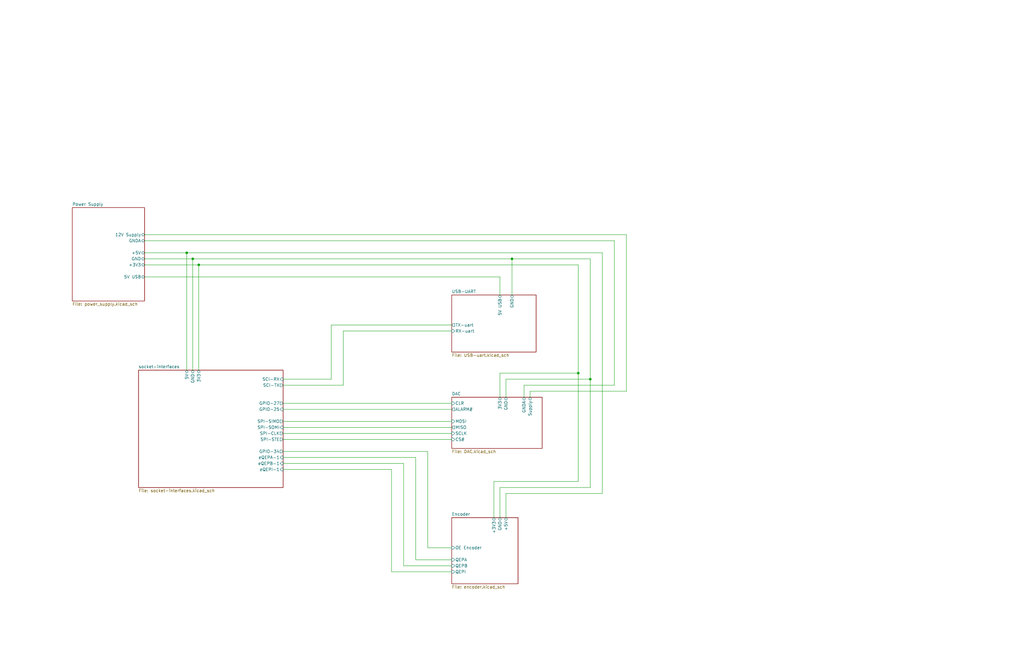
<source format=kicad_sch>
(kicad_sch (version 20211123) (generator eeschema)
  (paper "B")
  (title_block (title "Placa adaptadora TMS320F28335-devboard") (date "07 07 2021"))
  (lib_symbols)
  (junction (at 215.9 109.22))
  (junction (at 83.82 111.76))
  (junction (at 243.84 157.48))
  (junction (at 81.28 109.22))
  (junction (at 78.74 106.68))
  (junction (at 248.92 160.02))
  (wire (pts (xy 119.38 198.12) (xy 165.1 198.12)))
  (wire (pts (xy 190.5 137.16) (xy 139.7 137.16)))
  (wire (pts (xy 144.78 139.7) (xy 190.5 139.7)))
  (wire (pts (xy 264.16 99.06) (xy 60.96 99.06)))
  (wire (pts (xy 144.78 162.56) (xy 144.78 139.7)))
  (wire (pts (xy 248.92 205.74) (xy 248.92 160.02)))
  (wire (pts (xy 215.9 109.22) (xy 215.9 124.46)))
  (wire (pts (xy 60.96 111.76) (xy 83.82 111.76)))
  (wire (pts (xy 180.34 190.5) (xy 119.38 190.5)))
  (wire (pts (xy 175.26 193.04) (xy 119.38 193.04)))
  (wire (pts (xy 60.96 106.68) (xy 78.74 106.68)))
  (wire (pts (xy 119.38 162.56) (xy 144.78 162.56)))
  (wire (pts (xy 81.28 109.22) (xy 60.96 109.22)))
  (wire (pts (xy 170.18 238.76) (xy 170.18 195.58)))
  (wire (pts (xy 213.36 160.02) (xy 213.36 167.64)))
  (wire (pts (xy 210.82 167.64) (xy 210.82 157.48)))
  (wire (pts (xy 139.7 137.16) (xy 139.7 160.02)))
  (wire (pts (xy 190.5 182.88) (xy 119.38 182.88)))
  (wire (pts (xy 78.74 106.68) (xy 78.74 156.21)))
  (wire (pts (xy 119.38 185.42) (xy 190.5 185.42)))
  (wire (pts (xy 210.82 157.48) (xy 243.84 157.48)))
  (wire (pts (xy 259.08 101.6) (xy 60.96 101.6)))
  (wire (pts (xy 190.5 238.76) (xy 170.18 238.76)))
  (wire (pts (xy 190.5 172.72) (xy 119.38 172.72)))
  (wire (pts (xy 223.52 165.1) (xy 264.16 165.1)))
  (wire (pts (xy 175.26 236.22) (xy 175.26 193.04)))
  (wire (pts (xy 83.82 111.76) (xy 243.84 111.76)))
  (wire (pts (xy 190.5 177.8) (xy 119.38 177.8)))
  (wire (pts (xy 83.82 111.76) (xy 83.82 156.21)))
  (wire (pts (xy 259.08 162.56) (xy 259.08 101.6)))
  (wire (pts (xy 220.98 167.64) (xy 220.98 162.56)))
  (wire (pts (xy 210.82 116.84) (xy 60.96 116.84)))
  (wire (pts (xy 210.82 205.74) (xy 248.92 205.74)))
  (wire (pts (xy 81.28 109.22) (xy 81.28 156.21)))
  (wire (pts (xy 139.7 160.02) (xy 119.38 160.02)))
  (wire (pts (xy 119.38 180.34) (xy 190.5 180.34)))
  (wire (pts (xy 165.1 241.3) (xy 190.5 241.3)))
  (wire (pts (xy 78.74 106.68) (xy 254 106.68)))
  (wire (pts (xy 210.82 124.46) (xy 210.82 116.84)))
  (wire (pts (xy 119.38 170.18) (xy 190.5 170.18)))
  (wire (pts (xy 248.92 109.22) (xy 215.9 109.22)))
  (wire (pts (xy 243.84 157.48) (xy 243.84 203.2)))
  (wire (pts (xy 220.98 162.56) (xy 259.08 162.56)))
  (wire (pts (xy 243.84 111.76) (xy 243.84 157.48)))
  (wire (pts (xy 180.34 231.14) (xy 180.34 190.5)))
  (wire (pts (xy 190.5 236.22) (xy 175.26 236.22)))
  (wire (pts (xy 215.9 109.22) (xy 81.28 109.22)))
  (wire (pts (xy 223.52 167.64) (xy 223.52 165.1)))
  (wire (pts (xy 264.16 165.1) (xy 264.16 99.06)))
  (wire (pts (xy 170.18 195.58) (xy 119.38 195.58)))
  (wire (pts (xy 213.36 208.28) (xy 254 208.28)))
  (wire (pts (xy 254 106.68) (xy 254 208.28)))
  (wire (pts (xy 243.84 203.2) (xy 208.28 203.2)))
  (wire (pts (xy 208.28 203.2) (xy 208.28 218.44)))
  (wire (pts (xy 248.92 160.02) (xy 248.92 109.22)))
  (wire (pts (xy 165.1 198.12) (xy 165.1 241.3)))
  (wire (pts (xy 210.82 218.44) (xy 210.82 205.74)))
  (wire (pts (xy 213.36 218.44) (xy 213.36 208.28)))
  (wire (pts (xy 190.5 231.14) (xy 180.34 231.14)))
  (wire (pts (xy 248.92 160.02) (xy 213.36 160.02)))
  (sheet (at 190.5 167.64) (size 38.1 21.59) (stroke (width 0.1524))
    (property "Sheet name" "DAC" (at 190.5 166.9284 0) (effects (justify left bottom)))
    (property "Sheet file" "DAC.kicad_sch" (at 190.5 189.8146 0) (effects (justify left top)))
    (pin "Supply" bidirectional (at 223.52 167.64 90))
    (pin "GND" bidirectional (at 213.36 167.64 90))
    (pin "3V3" bidirectional (at 210.82 167.64 90))
    (pin "CLR" input (at 190.5 170.18 180))
    (pin "CS#" input (at 190.5 185.42 180))
    (pin "ALARM#" output (at 190.5 172.72 180))
    (pin "SCLK" input (at 190.5 182.88 180))
    (pin "MISO" output (at 190.5 180.34 180))
    (pin "MOSI" input (at 190.5 177.8 180))
    (pin "GNDA" bidirectional (at 220.98 167.64 90))
  )
  (sheet (at 30.48 87.63) (size 30.48 39.37) (stroke (width 0.1524))
    (property "Sheet name" "Power Supply" (at 30.48 86.9184 0) (effects (justify left bottom)))
    (property "Sheet file" "power_supply.kicad_sch" (at 30.48 127.5846 0) (effects (justify left top)))
    (pin "12V Supply" bidirectional (at 60.96 99.06 0))
    (pin "GND" bidirectional (at 60.96 109.22 0))
    (pin "5V USB" bidirectional (at 60.96 116.84 0))
    (pin "+5V" bidirectional (at 60.96 106.68 0))
    (pin "+3V3" bidirectional (at 60.96 111.76 0))
    (pin "GNDA" bidirectional (at 60.96 101.6 0))
  )
  (sheet (at 190.5 124.46) (size 35.56 24.13) (stroke (width 0.1524))
    (property "Sheet name" "USB-UART" (at 190.5 123.7484 0) (effects (justify left bottom)))
    (property "Sheet file" "USB-uart.kicad_sch" (at 190.5 149.1746 0) (effects (justify left top)))
    (pin "5V USB" bidirectional (at 210.82 124.46 90))
    (pin "GND" bidirectional (at 215.9 124.46 90))
    (pin "TX-uart" output (at 190.5 137.16 180))
    (pin "RX-uart" input (at 190.5 139.7 180))
  )
  (sheet (at 58.42 156.21) (size 60.96 49.53) (stroke (width 0.1524))
    (property "Sheet name" "socket-interfaces" (at 58.42 155.4984 0) (effects (justify left bottom)))
    (property "Sheet file" "socket-interfaces.kicad_sch" (at 58.42 206.3246 0) (effects (justify left top)))
    (pin "SPI-SIMO" output (at 119.38 177.8 0))
    (pin "SPI-CLK" output (at 119.38 182.88 0))
    (pin "SPI-SOMI" input (at 119.38 180.34 0))
    (pin "SCI-TX" output (at 119.38 162.56 0))
    (pin "eQEPI-1" input (at 119.38 198.12 0))
    (pin "SCI-RX" input (at 119.38 160.02 0))
    (pin "eQEPB-1" input (at 119.38 195.58 0))
    (pin "eQEPA-1" input (at 119.38 193.04 0))
    (pin "GPIO-25" input (at 119.38 172.72 0))
    (pin "GPIO-34" output (at 119.38 190.5 0))
    (pin "GPIO-27" output (at 119.38 170.18 0))
    (pin "GND" bidirectional (at 81.28 156.21 90))
    (pin "5V" bidirectional (at 78.74 156.21 90))
    (pin "3V3" bidirectional (at 83.82 156.21 90))
    (pin "SPI-STE" output (at 119.38 185.42 0))
  )
  (sheet (at 190.5 218.44) (size 27.94 27.94) (stroke (width 0.1524))
    (property "Sheet name" "Encoder" (at 190.5 217.7284 0) (effects (justify left bottom)))
    (property "Sheet file" "encoder.kicad_sch" (at 190.5 246.9646 0) (effects (justify left top)))
    (pin "GND" bidirectional (at 210.82 218.44 90))
    (pin "QEPB" input (at 190.5 238.76 180))
    (pin "QEPA" input (at 190.5 236.22 180))
    (pin "QEPI" input (at 190.5 241.3 180))
    (pin "OE Encoder" input (at 190.5 231.14 180))
    (pin "+5V" bidirectional (at 213.36 218.44 90))
    (pin "+3V3" bidirectional (at 208.28 218.44 90))
  )
)
</source>
